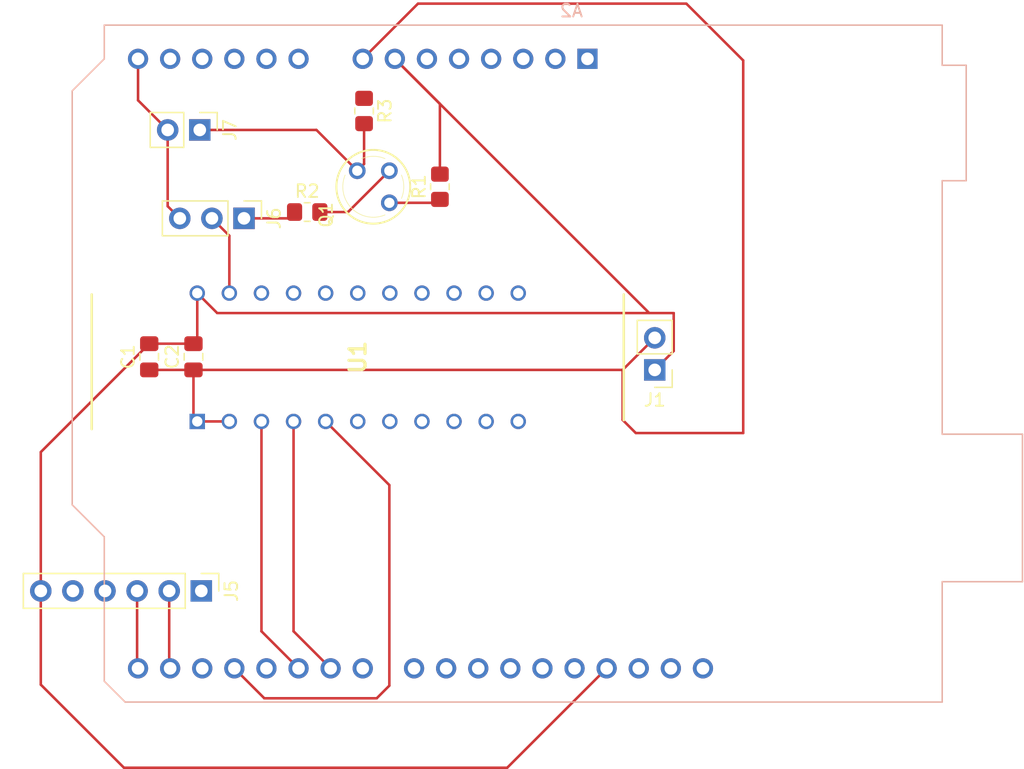
<source format=kicad_pcb>
(kicad_pcb (version 20241229) (generator "pcbnew") (generator_version "9.0")
  (layers (0 "F.Cu" signal) (2 "B.Cu" signal) (13 "F.Paste" user) (15 "B.Paste" user) (5 "F.SilkS" user "F.Silkscreen") (7 "B.SilkS" user "B.Silkscreen") (1 "F.Mask" user) (3 "B.Mask" user) (25 "Edge.Cuts" user))
  (net 0 "")
  (net 1 "+3.3V")
  (net 2 "GND")
  (net 3 "/RX_ST")
  (net 4 "/TX_ST")
  (net 5 "/ICG")
  (net 6 "/SH")
  (net 7 "/fM")
  (net 8 "/ADC")
  (net 12 "/OS")
  (net 13 "Net-(J6-Pin_1)")
  (net 14 "Net-(J7-Pin_1)")
  (net 15 "Net-(Q1-B)")
  (net 16 "Net-(Q1-C)")
  (footprint "Resistor_SMD:R_0805_2012Metric_Pad1.20x1.40mm_HandSolder" (layer "F.Cu") (at 189.5 97 90)
    (property "Reference" "R1" (at 0 -1.65 90) (layer "F.SilkS"))
    (property "Value" "150")
    (fp_line (start -0.227064 -0.735) (end 0.227064 -0.735) (stroke (width 0.12)) (layer "F.SilkS"))
    (fp_line (start -0.227064 0.735) (end 0.227064 0.735) (stroke (width 0.12)) (layer "F.SilkS"))
    (pad "1" smd roundrect (at -1 0 90) (size 1.2 1.4) (layers "F.Cu" "F.Mask" "F.Paste") (roundrect_rratio 0.208333) (net 16 "Net-(Q1-C)"))
    (pad "2" smd roundrect (at 1 0 90) (size 1.2 1.4) (layers "F.Cu" "F.Mask" "F.Paste") (roundrect_rratio 0.208333) (net 2 "GND"))
  )
  (footprint "Capacitor_SMD:C_0805_2012Metric_Pad1.18x1.45mm_HandSolder" (layer "F.Cu") (at 166.5 110.4625 90)
    (property "Reference" "C1" (at 0 -1.68 90) (layer "F.SilkS"))
    (property "Value" "100n")
    (fp_line (start -0.261252 -0.735) (end 0.261252 -0.735) (stroke (width 0.12)) (layer "F.SilkS"))
    (fp_line (start -0.261252 0.735) (end 0.261252 0.735) (stroke (width 0.12)) (layer "F.SilkS"))
    (pad "1" smd roundrect (at -1.0375 0 90) (size 1.175 1.45) (layers "F.Cu" "F.Mask" "F.Paste") (roundrect_rratio 0.212766) (net 1 "+3.3V"))
    (pad "2" smd roundrect (at 1.0375 0 90) (size 1.175 1.45) (layers "F.Cu" "F.Mask" "F.Paste") (roundrect_rratio 0.212766) (net 2 "GND"))
  )
  (footprint "Capacitor_SMD:C_0805_2012Metric_Pad1.18x1.45mm_HandSolder" (layer "F.Cu") (at 170 110.4625 90)
    (property "Reference" "C2" (at 0 -1.68 90) (layer "F.SilkS"))
    (property "Value" "10u")
    (fp_line (start -0.261252 -0.735) (end 0.261252 -0.735) (stroke (width 0.12)) (layer "F.SilkS"))
    (fp_line (start -0.261252 0.735) (end 0.261252 0.735) (stroke (width 0.12)) (layer "F.SilkS"))
    (pad "1" smd roundrect (at -1.0375 0 90) (size 1.175 1.45) (layers "F.Cu" "F.Mask" "F.Paste") (roundrect_rratio 0.212766) (net 1 "+3.3V"))
    (pad "2" smd roundrect (at 1.0375 0 90) (size 1.175 1.45) (layers "F.Cu" "F.Mask" "F.Paste") (roundrect_rratio 0.212766) (net 2 "GND"))
  )
  (footprint "CustomLib:TO18" (layer "F.Cu") (at 184.23 97 90)
    (property "Reference" "Q1" (at -2.23 -3.73 90) (layer "F.SilkS") (effects (font (size 1.001472 1.001472))))
    (property "Value" "PNP")
    (fp_arc (start 2.227 -0.9289) (mid 2.412962 0) (end 2.227 0.9289) (stroke (width 0.0508)) (layer "F.SilkS"))
    (fp_arc (start -2.227 0.9289) (mid -1.706187 -1.706287) (end 0.929 -2.2271) (stroke (width 0.0508)) (layer "F.SilkS"))
    (fp_arc (start 0.9289 2.227) (mid 0 2.412962) (end -0.9289 2.227) (stroke (width 0.0508)) (layer "F.SilkS"))
    (fp_circle (center 0 0) (end 2.921 0) (stroke (width 0.1524)) (fill no) (layer "F.SilkS"))
    (pad "1" thru_hole circle (at -1.27 1.27 90) (size 1.3208 1.3208) (drill 0.8128) (layers "*.Cu" "*.Mask") (net 16 "Net-(Q1-C)"))
    (pad "2" thru_hole circle (at 1.27 1.27 90) (size 1.3208 1.3208) (drill 0.8128) (layers "*.Cu" "*.Mask") (net 15 "Net-(Q1-B)"))
    (pad "3" thru_hole circle (at 1.27 -1.27 90) (size 1.3208 1.3208) (drill 0.8128) (layers "*.Cu" "*.Mask") (net 14 "Net-(J7-Pin_1)"))
  )
  (footprint "CustomLib:DIP1016W62P254L4160H372Q22N" (layer "F.Cu") (at 183 110.5 90)
    (property "Reference" "U1" (at 0 0 90) (layer "F.SilkS") (effects (font (size 1.27 1.27) (thickness 0.254))))
    (property "Value" "~" (hide yes))
    (fp_line (start -5.69 -21.05) (end 4.975 -21.05) (stroke (width 0.2)) (layer "F.SilkS"))
    (fp_line (start -4.975 21.05) (end 4.975 21.05) (stroke (width 0.2)) (layer "F.SilkS"))
    (pad "1" thru_hole rect (at -5.08 -12.7 90) (size 1.22 1.22) (drill 0.82) (layers "*.Cu" "*.Mask") (net 1 "+3.3V"))
    (pad "2" thru_hole circle (at -5.08 -10.16 90) (size 1.22 1.22) (drill 0.82) (layers "*.Cu" "*.Mask") (net 1 "+3.3V"))
    (pad "3" thru_hole circle (at -5.08 -7.62 90) (size 1.22 1.22) (drill 0.82) (layers "*.Cu" "*.Mask") (net 5 "/ICG"))
    (pad "4" thru_hole circle (at -5.08 -5.08 90) (size 1.22 1.22) (drill 0.82) (layers "*.Cu" "*.Mask") (net 7 "/fM"))
    (pad "5" thru_hole circle (at -5.08 -2.54 90) (size 1.22 1.22) (drill 0.82) (layers "*.Cu" "*.Mask") (net 6 "/SH"))
    (pad "6" thru_hole circle (at -5.08 0 90) (size 1.22 1.22) (drill 0.82) (layers "*.Cu" "*.Mask"))
    (pad "7" thru_hole circle (at -5.08 2.54 90) (size 1.22 1.22) (drill 0.82) (layers "*.Cu" "*.Mask"))
    (pad "8" thru_hole circle (at -5.08 5.08 90) (size 1.22 1.22) (drill 0.82) (layers "*.Cu" "*.Mask"))
    (pad "9" thru_hole circle (at -5.08 7.62 90) (size 1.22 1.22) (drill 0.82) (layers "*.Cu" "*.Mask"))
    (pad "10" thru_hole circle (at -5.08 10.16 90) (size 1.22 1.22) (drill 0.82) (layers "*.Cu" "*.Mask"))
    (pad "11" thru_hole circle (at -5.08 12.7 90) (size 1.22 1.22) (drill 0.82) (layers "*.Cu" "*.Mask"))
    (pad "12" thru_hole circle (at 5.08 12.7 90) (size 1.22 1.22) (drill 0.82) (layers "*.Cu" "*.Mask"))
    (pad "13" thru_hole circle (at 5.08 10.16 90) (size 1.22 1.22) (drill 0.82) (layers "*.Cu" "*.Mask"))
    (pad "14" thru_hole circle (at 5.08 7.62 90) (size 1.22 1.22) (drill 0.82) (layers "*.Cu" "*.Mask"))
    (pad "15" thru_hole circle (at 5.08 5.08 90) (size 1.22 1.22) (drill 0.82) (layers "*.Cu" "*.Mask"))
    (pad "16" thru_hole circle (at 5.08 2.54 90) (size 1.22 1.22) (drill 0.82) (layers "*.Cu" "*.Mask"))
    (pad "17" thru_hole circle (at 5.08 0 90) (size 1.22 1.22) (drill 0.82) (layers "*.Cu" "*.Mask"))
    (pad "18" thru_hole circle (at 5.08 -2.54 90) (size 1.22 1.22) (drill 0.82) (layers "*.Cu" "*.Mask"))
    (pad "19" thru_hole circle (at 5.08 -5.08 90) (size 1.22 1.22) (drill 0.82) (layers "*.Cu" "*.Mask"))
    (pad "20" thru_hole circle (at 5.08 -7.62 90) (size 1.22 1.22) (drill 0.82) (layers "*.Cu" "*.Mask"))
    (pad "21" thru_hole circle (at 5.08 -10.16 90) (size 1.22 1.22) (drill 0.82) (layers "*.Cu" "*.Mask") (net 12 "/OS"))
    (pad "22" thru_hole circle (at 5.08 -12.7 90) (size 1.22 1.22) (drill 0.82) (layers "*.Cu" "*.Mask") (net 2 "GND"))
  )
  (footprint "Connector_PinHeader_2.54mm:PinHeader_1x06_P2.54mm_Vertical" (layer "F.Cu") (at 170.62 129 -90)
    (property "Reference" "J5" (at 0 -2.38 90) (layer "F.SilkS"))
    (property "Value" "UART")
    (fp_line (start -1.38 14.08) (end 1.38 14.08) (stroke (width 0.12)) (layer "F.SilkS"))
    (fp_line (start -1.38 1.27) (end -1.38 14.08) (stroke (width 0.12)) (layer "F.SilkS"))
    (fp_line (start -1.38 1.27) (end 1.38 1.27) (stroke (width 0.12)) (layer "F.SilkS"))
    (fp_line (start 1.38 1.27) (end 1.38 14.08) (stroke (width 0.12)) (layer "F.SilkS"))
    (fp_line (start -1.38 0) (end -1.38 -1.38) (stroke (width 0.12)) (layer "F.SilkS"))
    (fp_line (start -1.38 -1.38) (end 0 -1.38) (stroke (width 0.12)) (layer "F.SilkS"))
    (pad "1" thru_hole rect (at 0 0 270) (size 1.7 1.7) (drill 1) (layers "*.Cu" "*.Mask"))
    (pad "2" thru_hole circle (at 0 2.54 270) (size 1.7 1.7) (drill 1) (layers "*.Cu" "*.Mask") (net 4 "/TX_ST"))
    (pad "3" thru_hole circle (at 0 5.08 270) (size 1.7 1.7) (drill 1) (layers "*.Cu" "*.Mask") (net 3 "/RX_ST"))
    (pad "4" thru_hole circle (at 0 7.62 270) (size 1.7 1.7) (drill 1) (layers "*.Cu" "*.Mask"))
    (pad "5" thru_hole circle (at 0 10.16 270) (size 1.7 1.7) (drill 1) (layers "*.Cu" "*.Mask"))
    (pad "6" thru_hole circle (at 0 12.7 270) (size 1.7 1.7) (drill 1) (layers "*.Cu" "*.Mask") (net 2 "GND"))
  )
  (footprint "Resistor_SMD:R_0805_2012Metric_Pad1.20x1.40mm_HandSolder" (layer "F.Cu") (at 183.5 91 -90)
    (property "Reference" "R3" (at 0 -1.65 90) (layer "F.SilkS"))
    (property "Value" "2.2k")
    (fp_line (start -0.227064 0.735) (end 0.227064 0.735) (stroke (width 0.12)) (layer "F.SilkS"))
    (fp_line (start -0.227064 -0.735) (end 0.227064 -0.735) (stroke (width 0.12)) (layer "F.SilkS"))
    (pad "1" smd roundrect (at -1 0 270) (size 1.2 1.4) (layers "F.Cu" "F.Mask" "F.Paste") (roundrect_rratio 0.208333) (net 1 "+3.3V"))
    (pad "2" smd roundrect (at 1 0 270) (size 1.2 1.4) (layers "F.Cu" "F.Mask" "F.Paste") (roundrect_rratio 0.208333) (net 14 "Net-(J7-Pin_1)"))
  )
  (footprint "Connector_PinHeader_2.54mm:PinHeader_1x03_P2.54mm_Vertical" (layer "F.Cu") (at 174 99.5 -90)
    (property "Reference" "J6" (at 0 -2.38 90) (layer "F.SilkS"))
    (property "Value" "OUTPUT_STAGE")
    (fp_line (start -1.38 6.46) (end 1.38 6.46) (stroke (width 0.12)) (layer "F.SilkS"))
    (fp_line (start -1.38 1.27) (end -1.38 6.46) (stroke (width 0.12)) (layer "F.SilkS"))
    (fp_line (start -1.38 1.27) (end 1.38 1.27) (stroke (width 0.12)) (layer "F.SilkS"))
    (fp_line (start 1.38 1.27) (end 1.38 6.46) (stroke (width 0.12)) (layer "F.SilkS"))
    (fp_line (start -1.38 0) (end -1.38 -1.38) (stroke (width 0.12)) (layer "F.SilkS"))
    (fp_line (start -1.38 -1.38) (end 0 -1.38) (stroke (width 0.12)) (layer "F.SilkS"))
    (pad "1" thru_hole rect (at 0 0 270) (size 1.7 1.7) (drill 1) (layers "*.Cu" "*.Mask") (net 13 "Net-(J6-Pin_1)"))
    (pad "2" thru_hole circle (at 0 2.54 270) (size 1.7 1.7) (drill 1) (layers "*.Cu" "*.Mask") (net 12 "/OS"))
    (pad "3" thru_hole circle (at 0 5.08 270) (size 1.7 1.7) (drill 1) (layers "*.Cu" "*.Mask") (net 8 "/ADC"))
  )
  (footprint "Connector_PinHeader_2.54mm:PinHeader_1x02_P2.54mm_Vertical" (layer "F.Cu") (at 206.5 111.5 180)
    (property "Reference" "J1" (at 0 -2.38 0) (layer "F.SilkS"))
    (property "Value" "SUPPLY")
    (fp_line (start 1.38 1.27) (end 1.38 3.92) (stroke (width 0.12)) (layer "F.SilkS"))
    (fp_line (start -1.38 3.92) (end 1.38 3.92) (stroke (width 0.12)) (layer "F.SilkS"))
    (fp_line (start -1.38 1.27) (end 1.38 1.27) (stroke (width 0.12)) (layer "F.SilkS"))
    (fp_line (start -1.38 1.27) (end -1.38 3.92) (stroke (width 0.12)) (layer "F.SilkS"))
    (fp_line (start -1.38 0) (end -1.38 -1.38) (stroke (width 0.12)) (layer "F.SilkS"))
    (fp_line (start -1.38 -1.38) (end 0 -1.38) (stroke (width 0.12)) (layer "F.SilkS"))
    (pad "1" thru_hole rect (at 0 0 180) (size 1.7 1.7) (drill 1) (layers "*.Cu" "*.Mask") (net 2 "GND"))
    (pad "2" thru_hole circle (at 0 2.54 180) (size 1.7 1.7) (drill 1) (layers "*.Cu" "*.Mask") (net 1 "+3.3V"))
  )
  (footprint "Resistor_SMD:R_0805_2012Metric_Pad1.20x1.40mm_HandSolder" (layer "F.Cu") (at 179 99)
    (property "Reference" "R2" (at 0 -1.65 0) (layer "F.SilkS"))
    (property "Value" "150")
    (fp_line (start -0.227064 -0.735) (end 0.227064 -0.735) (stroke (width 0.12)) (layer "F.SilkS"))
    (fp_line (start -0.227064 0.735) (end 0.227064 0.735) (stroke (width 0.12)) (layer "F.SilkS"))
    (pad "1" smd roundrect (at -1 0) (size 1.2 1.4) (layers "F.Cu" "F.Mask" "F.Paste") (roundrect_rratio 0.208333) (net 13 "Net-(J6-Pin_1)"))
    (pad "2" smd roundrect (at 1 0) (size 1.2 1.4) (layers "F.Cu" "F.Mask" "F.Paste") (roundrect_rratio 0.208333) (net 15 "Net-(Q1-B)"))
  )
  (footprint "Connector_PinHeader_2.54mm:PinHeader_1x02_P2.54mm_Vertical" (layer "F.Cu") (at 170.5 92.5 -90)
    (property "Reference" "J7" (at 0 -2.38 90) (layer "F.SilkS"))
    (property "Value" "JUMPER_ADC_BTJ")
    (fp_line (start -1.38 3.92) (end 1.38 3.92) (stroke (width 0.12)) (layer "F.SilkS"))
    (fp_line (start -1.38 1.27) (end -1.38 3.92) (stroke (width 0.12)) (layer "F.SilkS"))
    (fp_line (start -1.38 1.27) (end 1.38 1.27) (stroke (width 0.12)) (layer "F.SilkS"))
    (fp_line (start 1.38 1.27) (end 1.38 3.92) (stroke (width 0.12)) (layer "F.SilkS"))
    (fp_line (start -1.38 0) (end -1.38 -1.38) (stroke (width 0.12)) (layer "F.SilkS"))
    (fp_line (start -1.38 -1.38) (end 0 -1.38) (stroke (width 0.12)) (layer "F.SilkS"))
    (pad "1" thru_hole rect (at 0 0 270) (size 1.7 1.7) (drill 1) (layers "*.Cu" "*.Mask") (net 14 "Net-(J7-Pin_1)"))
    (pad "2" thru_hole circle (at 0 2.54 270) (size 1.7 1.7) (drill 1) (layers "*.Cu" "*.Mask") (net 8 "/ADC"))
  )
  (footprint "Module:Arduino_UNO_R3" (layer "B.Cu") (at 201.175 86.87 180)
    (property "Reference" "A2" (at 1.27 3.81 0) (layer "B.SilkS") (effects (justify mirror)))
    (property "Value" "Arduino_UNO_R3")
    (fp_line (start 40.77 -2.54) (end 38.23 0) (stroke (width 0.12)) (layer "B.SilkS"))
    (fp_line (start 40.77 -35.31) (end 40.77 -2.54) (stroke (width 0.12)) (layer "B.SilkS"))
    (fp_line (start 38.23 2.67) (end -28.07 2.67) (stroke (width 0.12)) (layer "B.SilkS"))
    (fp_line (start 38.23 0) (end 38.23 2.67) (stroke (width 0.12)) (layer "B.SilkS"))
    (fp_line (start 38.23 -37.85) (end 40.77 -35.31) (stroke (width 0.12)) (layer "B.SilkS"))
    (fp_line (start 38.23 -49.28) (end 38.23 -37.85) (stroke (width 0.12)) (layer "B.SilkS"))
    (fp_line (start 36.58 -50.93) (end 38.23 -49.28) (stroke (width 0.12)) (layer "B.SilkS"))
    (fp_line (start -28.07 2.67) (end -28.07 -0.51) (stroke (width 0.12)) (layer "B.SilkS"))
    (fp_line (start -28.07 -0.51) (end -29.97 -0.51) (stroke (width 0.12)) (layer "B.SilkS"))
    (fp_line (start -28.07 -9.65) (end -28.07 -29.72) (stroke (width 0.12)) (layer "B.SilkS"))
    (fp_line (start -28.07 -29.72) (end -34.42 -29.72) (stroke (width 0.12)) (layer "B.SilkS"))
    (fp_line (start -28.07 -41.4) (end -28.07 -50.93) (stroke (width 0.12)) (layer "B.SilkS"))
    (fp_line (start -28.07 -50.93) (end 36.58 -50.93) (stroke (width 0.12)) (layer "B.SilkS"))
    (fp_line (start -29.97 -0.51) (end -29.97 -9.65) (stroke (width 0.12)) (layer "B.SilkS"))
    (fp_line (start -29.97 -9.65) (end -28.07 -9.65) (stroke (width 0.12)) (layer "B.SilkS"))
    (fp_line (start -34.42 -29.72) (end -34.42 -41.4) (stroke (width 0.12)) (layer "B.SilkS"))
    (fp_line (start -34.42 -41.4) (end -28.07 -41.4) (stroke (width 0.12)) (layer "B.SilkS"))
    (pad "1" thru_hole rect (at 0 0 90) (size 1.6 1.6) (drill 1) (layers "*.Cu" "*.Mask"))
    (pad "2" thru_hole oval (at 2.54 0 90) (size 1.6 1.6) (drill 1) (layers "*.Cu" "*.Mask"))
    (pad "3" thru_hole oval (at 5.08 0 90) (size 1.6 1.6) (drill 1) (layers "*.Cu" "*.Mask"))
    (pad "4" thru_hole oval (at 7.62 0 90) (size 1.6 1.6) (drill 1) (layers "*.Cu" "*.Mask"))
    (pad "5" thru_hole oval (at 10.16 0 90) (size 1.6 1.6) (drill 1) (layers "*.Cu" "*.Mask"))
    (pad "6" thru_hole oval (at 12.7 0 90) (size 1.6 1.6) (drill 1) (layers "*.Cu" "*.Mask"))
    (pad "7" thru_hole oval (at 15.24 0 90) (size 1.6 1.6) (drill 1) (layers "*.Cu" "*.Mask") (net 2 "GND"))
    (pad "8" thru_hole oval (at 17.78 0 90) (size 1.6 1.6) (drill 1) (layers "*.Cu" "*.Mask") (net 1 "+3.3V"))
    (pad "9" thru_hole oval (at 22.86 0 90) (size 1.6 1.6) (drill 1) (layers "*.Cu" "*.Mask"))
    (pad "10" thru_hole oval (at 25.4 0 90) (size 1.6 1.6) (drill 1) (layers "*.Cu" "*.Mask"))
    (pad "11" thru_hole oval (at 27.94 0 90) (size 1.6 1.6) (drill 1) (layers "*.Cu" "*.Mask"))
    (pad "12" thru_hole oval (at 30.48 0 90) (size 1.6 1.6) (drill 1) (layers "*.Cu" "*.Mask"))
    (pad "13" thru_hole oval (at 33.02 0 90) (size 1.6 1.6) (drill 1) (layers "*.Cu" "*.Mask"))
    (pad "14" thru_hole oval (at 35.56 0 90) (size 1.6 1.6) (drill 1) (layers "*.Cu" "*.Mask") (net 8 "/ADC"))
    (pad "15" thru_hole oval (at 35.56 -48.26 90) (size 1.6 1.6) (drill 1) (layers "*.Cu" "*.Mask") (net 3 "/RX_ST"))
    (pad "16" thru_hole oval (at 33.02 -48.26 90) (size 1.6 1.6) (drill 1) (layers "*.Cu" "*.Mask") (net 4 "/TX_ST"))
    (pad "17" thru_hole oval (at 30.48 -48.26 90) (size 1.6 1.6) (drill 1) (layers "*.Cu" "*.Mask"))
    (pad "18" thru_hole oval (at 27.94 -48.26 90) (size 1.6 1.6) (drill 1) (layers "*.Cu" "*.Mask") (net 6 "/SH"))
    (pad "19" thru_hole oval (at 25.4 -48.26 90) (size 1.6 1.6) (drill 1) (layers "*.Cu" "*.Mask"))
    (pad "20" thru_hole oval (at 22.86 -48.26 90) (size 1.6 1.6) (drill 1) (layers "*.Cu" "*.Mask") (net 5 "/ICG"))
    (pad "21" thru_hole oval (at 20.32 -48.26 90) (size 1.6 1.6) (drill 1) (layers "*.Cu" "*.Mask") (net 7 "/fM"))
    (pad "22" thru_hole oval (at 17.78 -48.26 90) (size 1.6 1.6) (drill 1) (layers "*.Cu" "*.Mask"))
    (pad "23" thru_hole oval (at 13.72 -48.26 90) (size 1.6 1.6) (drill 1) (layers "*.Cu" "*.Mask"))
    (pad "24" thru_hole oval (at 11.18 -48.26 90) (size 1.6 1.6) (drill 1) (layers "*.Cu" "*.Mask"))
    (pad "25" thru_hole oval (at 8.64 -48.26 90) (size 1.6 1.6) (drill 1) (layers "*.Cu" "*.Mask"))
    (pad "26" thru_hole oval (at 6.1 -48.26 90) (size 1.6 1.6) (drill 1) (layers "*.Cu" "*.Mask"))
    (pad "27" thru_hole oval (at 3.56 -48.26 90) (size 1.6 1.6) (drill 1) (layers "*.Cu" "*.Mask"))
    (pad "28" thru_hole oval (at 1.02 -48.26 90) (size 1.6 1.6) (drill 1) (layers "*.Cu" "*.Mask"))
    (pad "29" thru_hole oval (at -1.52 -48.26 90) (size 1.6 1.6) (drill 1) (layers "*.Cu" "*.Mask") (net 2 "GND"))
    (pad "30" thru_hole oval (at -4.06 -48.26 90) (size 1.6 1.6) (drill 1) (layers "*.Cu" "*.Mask"))
    (pad "31" thru_hole oval (at -6.6 -48.26 90) (size 1.6 1.6) (drill 1) (layers "*.Cu" "*.Mask"))
    (pad "32" thru_hole oval (at -9.14 -48.26 90) (size 1.6 1.6) (drill 1) (layers "*.Cu" "*.Mask"))
  )
  (segment (start 209 82.5) (end 187.765 82.5) (width 0.2) (layer "F.Cu") (net 1))
  (segment (start 170.3 115.58) (end 172.84 115.58) (width 0.2) (layer "F.Cu") (net 1))
  (segment (start 205 116.5) (end 213.5 116.5) (width 0.2) (layer "F.Cu") (net 1))
  (segment (start 170 111.5) (end 170 115.28) (width 0.2) (layer "F.Cu") (net 1))
  (segment (start 170 111.5) (end 203.96 111.5) (width 0.2) (layer "F.Cu") (net 1))
  (segment (start 203.96 111.5) (end 206.5 108.96) (width 0.2) (layer "F.Cu") (net 1))
  (segment (start 213.5 116.5) (end 213.5 87) (width 0.2) (layer "F.Cu") (net 1))
  (segment (start 166.5 111.5) (end 170 111.5) (width 0.2) (layer "F.Cu") (net 1))
  (segment (start 170 115.28) (end 170.3 115.58) (width 0.2) (layer "F.Cu") (net 1))
  (segment (start 213.5 87) (end 209 82.5) (width 0.2) (layer "F.Cu") (net 1))
  (segment (start 203.96 115.46) (end 205 116.5) (width 0.2) (layer "F.Cu") (net 1))
  (segment (start 203.96 111.5) (end 203.96 115.46) (width 0.2) (layer "F.Cu") (net 1))
  (segment (start 187.765 82.5) (end 183.395 86.87) (width 0.2) (layer "F.Cu") (net 1))
  (segment (start 208 110) (end 206.5 111.5) (width 0.2) (layer "F.Cu") (net 2))
  (segment (start 171.88 107) (end 206.065 107) (width 0.2) (layer "F.Cu") (net 2))
  (segment (start 206.065 107) (end 208 107) (width 0.2) (layer "F.Cu") (net 2))
  (segment (start 185.935 86.87) (end 206.065 107) (width 0.2) (layer "F.Cu") (net 2))
  (segment (start 157.92 118.005) (end 157.92 129) (width 0.2) (layer "F.Cu") (net 2))
  (segment (start 157.92 136.42) (end 164.5 143) (width 0.2) (layer "F.Cu") (net 2))
  (segment (start 189.5 96) (end 189.5 90.435) (width 0.2) (layer "F.Cu") (net 2))
  (segment (start 189.5 90.435) (end 185.935 86.87) (width 0.2) (layer "F.Cu") (net 2))
  (segment (start 170.3 109.125) (end 170 109.425) (width 0.2) (layer "F.Cu") (net 2))
  (segment (start 170.3 105.42) (end 171.88 107) (width 0.2) (layer "F.Cu") (net 2))
  (segment (start 208 107) (end 208 110) (width 0.2) (layer "F.Cu") (net 2))
  (segment (start 164.5 143) (end 194.825 143) (width 0.2) (layer "F.Cu") (net 2))
  (segment (start 157.92 129) (end 157.92 136.42) (width 0.2) (layer "F.Cu") (net 2))
  (segment (start 194.825 143) (end 202.695 135.13) (width 0.2) (layer "F.Cu") (net 2))
  (segment (start 170.3 105.42) (end 170.3 109.125) (width 0.2) (layer "F.Cu") (net 2))
  (segment (start 166.5 109.425) (end 157.92 118.005) (width 0.2) (layer "F.Cu") (net 2))
  (segment (start 166.5 109.425) (end 170 109.425) (width 0.2) (layer "F.Cu") (net 2))
  (segment (start 165.54 135.055) (end 165.615 135.13) (width 0.2) (layer "F.Cu") (net 3))
  (segment (start 165.54 129) (end 165.54 135.055) (width 0.2) (layer "F.Cu") (net 3))
  (segment (start 168.08 129) (end 168.08 135.055) (width 0.2) (layer "F.Cu") (net 4))
  (segment (start 168.08 135.055) (end 168.155 135.13) (width 0.2) (layer "F.Cu") (net 4))
  (segment (start 168.155 129.075) (end 168.08 129) (width 0.2) (layer "F.Cu") (net 4))
  (segment (start 175.38 115.58) (end 175.38 132.195) (width 0.2) (layer "F.Cu") (net 5))
  (segment (start 175.38 132.195) (end 178.315 135.13) (width 0.2) (layer "F.Cu") (net 5))
  (segment (start 178.46 134.985) (end 178.315 135.13) (width 0.2) (layer "F.Cu") (net 5))
  (segment (start 185.5 120.62) (end 180.46 115.58) (width 0.2) (layer "F.Cu") (net 6))
  (segment (start 185.5 136.5) (end 185.5 120.62) (width 0.2) (layer "F.Cu") (net 6))
  (segment (start 175.605 137.5) (end 184.5 137.5) (width 0.2) (layer "F.Cu") (net 6))
  (segment (start 184.5 137.5) (end 185.5 136.5) (width 0.2) (layer "F.Cu") (net 6))
  (segment (start 173.235 135.13) (end 175.605 137.5) (width 0.2) (layer "F.Cu") (net 6))
  (segment (start 177.92 115.58) (end 177.92 132.195) (width 0.2) (layer "F.Cu") (net 7))
  (segment (start 177.92 132.195) (end 180.855 135.13) (width 0.2) (layer "F.Cu") (net 7))
  (segment (start 181 134.985) (end 180.855 135.13) (width 0.2) (layer "F.Cu") (net 7))
  (segment (start 167.96 98.54) (end 167.96 92.5) (width 0.2) (layer "F.Cu") (net 8))
  (segment (start 165.615 90.155) (end 167.96 92.5) (width 0.2) (layer "F.Cu") (net 8))
  (segment (start 168.92 99.5) (end 167.96 98.54) (width 0.2) (layer "F.Cu") (net 8))
  (segment (start 165.615 86.87) (end 165.615 90.155) (width 0.2) (layer "F.Cu") (net 8))
  (segment (start 172.84 100.88) (end 171.46 99.5) (width 0.2) (layer "F.Cu") (net 12))
  (segment (start 172.84 105.42) (end 172.84 100.88) (width 0.2) (layer "F.Cu") (net 12))
  (segment (start 174 99.5) (end 177.5 99.5) (width 0.2) (layer "F.Cu") (net 13))
  (segment (start 177.5 99.5) (end 178 99) (width 0.2) (layer "F.Cu") (net 13))
  (segment (start 183.5 95.19) (end 182.96 95.73) (width 0.2) (layer "F.Cu") (net 14))
  (segment (start 170.5 92.5) (end 179.73 92.5) (width 0.2) (layer "F.Cu") (net 14))
  (segment (start 179.73 92.5) (end 182.96 95.73) (width 0.2) (layer "F.Cu") (net 14))
  (segment (start 183.5 92) (end 183.5 95.19) (width 0.2) (layer "F.Cu") (net 14))
  (segment (start 182.23 99) (end 180 99) (width 0.2) (layer "F.Cu") (net 15))
  (segment (start 185.5 95.73) (end 182.23 99) (width 0.2) (layer "F.Cu") (net 15))
  (segment (start 185.5 98.27) (end 189.23 98.27) (width 0.2) (layer "F.Cu") (net 16))
  (segment (start 189.23 98.27) (end 189.5 98) (width 0.2) (layer "F.Cu") (net 16))
)
</source>
